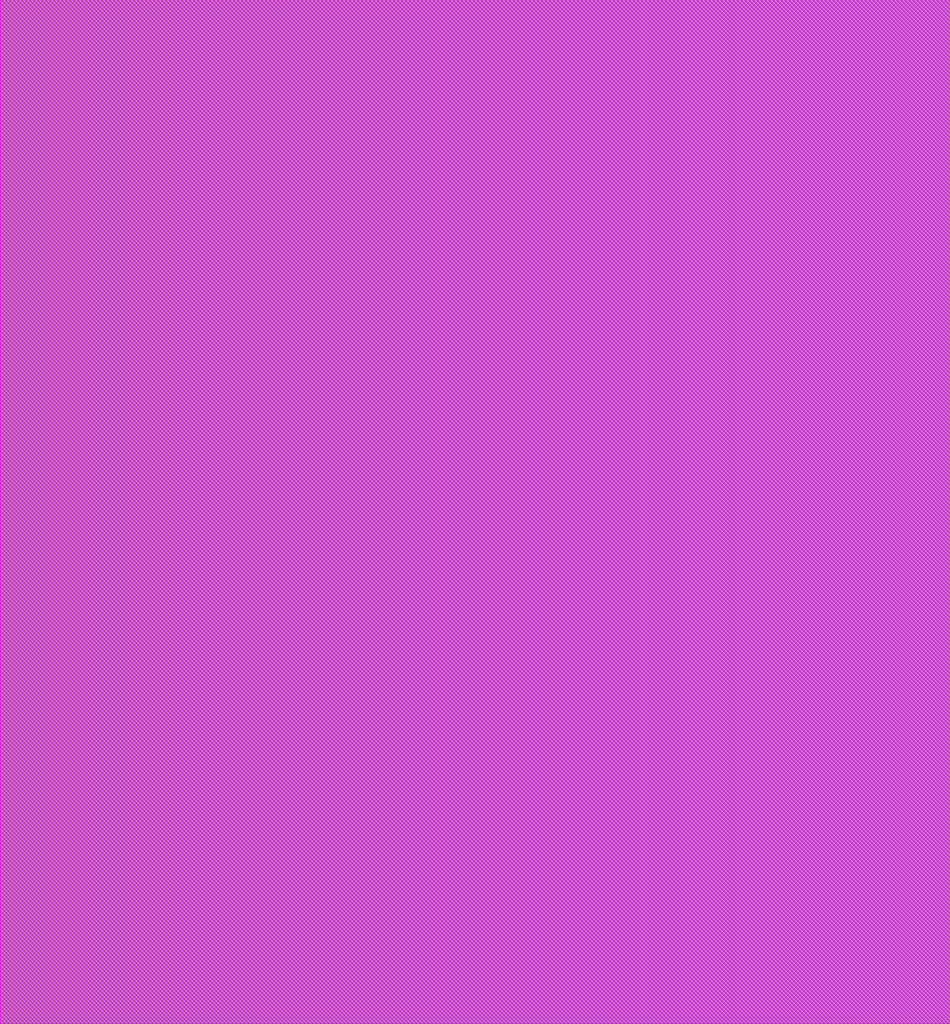
<source format=lef>
###############################################################
#  Generated by:      Cadence Innovus 23.31-s109_1
#  OS:                Linux x86_64(Host ID ei-vm-018.othr.de)
#  Generated on:      Sat Jun 21 02:18:26 2025
#  Design:            fpga_top
#  Command:           saveDesign fpga_top.enc -tcon
###############################################################

VERSION 5.8 ;

BUSBITCHARS "[]" ;
DIVIDERCHAR "/" ;

MACRO sb_1__0_
  CLASS BLOCK ;
  FOREIGN sb_1__0_ 0.000000 0.000000 ;
  ORIGIN 0.000000 0.000000 ;
  SIZE 101.760000 BY 109.620000 ;
  SYMMETRY X Y R90 ;
  PIN pReset[0]
    DIRECTION INPUT ;
    USE SIGNAL ;
  END pReset[0]
  PIN prog_clk[0]
    DIRECTION INPUT ;
    USE SIGNAL ;
  END prog_clk[0]
  PIN chany_top_in[0]
    DIRECTION INPUT ;
    USE SIGNAL ;
  END chany_top_in[0]
  PIN chany_top_in[1]
    DIRECTION INPUT ;
    USE SIGNAL ;
  END chany_top_in[1]
  PIN chany_top_in[2]
    DIRECTION INPUT ;
    USE SIGNAL ;
  END chany_top_in[2]
  PIN chany_top_in[3]
    DIRECTION INPUT ;
    USE SIGNAL ;
  END chany_top_in[3]
  PIN chany_top_in[4]
    DIRECTION INPUT ;
    USE SIGNAL ;
  END chany_top_in[4]
  PIN chany_top_in[5]
    DIRECTION INPUT ;
    USE SIGNAL ;
  END chany_top_in[5]
  PIN chany_top_in[6]
    DIRECTION INPUT ;
    USE SIGNAL ;
  END chany_top_in[6]
  PIN chany_top_in[7]
    DIRECTION INPUT ;
    USE SIGNAL ;
  END chany_top_in[7]
  PIN chany_top_in[8]
    DIRECTION INPUT ;
    USE SIGNAL ;
  END chany_top_in[8]
  PIN chany_top_in[9]
    DIRECTION INPUT ;
    USE SIGNAL ;
  END chany_top_in[9]
  PIN top_left_grid_right_width_0_height_0_subtile_0__pin_O_1_[0]
    DIRECTION INPUT ;
    USE SIGNAL ;
  END top_left_grid_right_width_0_height_0_subtile_0__pin_O_1_[0]
  PIN top_left_grid_right_width_0_height_0_subtile_0__pin_O_5_[0]
    DIRECTION INPUT ;
    USE SIGNAL ;
  END top_left_grid_right_width_0_height_0_subtile_0__pin_O_5_[0]
  PIN top_left_grid_right_width_0_height_0_subtile_0__pin_O_9_[0]
    DIRECTION INPUT ;
    USE SIGNAL ;
  END top_left_grid_right_width_0_height_0_subtile_0__pin_O_9_[0]
  PIN top_left_grid_right_width_0_height_0_subtile_0__pin_O_13_[0]
    DIRECTION INPUT ;
    USE SIGNAL ;
  END top_left_grid_right_width_0_height_0_subtile_0__pin_O_13_[0]
  PIN top_left_grid_right_width_0_height_0_subtile_0__pin_O_17_[0]
    DIRECTION INPUT ;
    USE SIGNAL ;
  END top_left_grid_right_width_0_height_0_subtile_0__pin_O_17_[0]
  PIN top_right_grid_left_width_0_height_0_subtile_0__pin_O_3_[0]
    DIRECTION INPUT ;
    USE SIGNAL ;
  END top_right_grid_left_width_0_height_0_subtile_0__pin_O_3_[0]
  PIN top_right_grid_left_width_0_height_0_subtile_0__pin_O_7_[0]
    DIRECTION INPUT ;
    USE SIGNAL ;
  END top_right_grid_left_width_0_height_0_subtile_0__pin_O_7_[0]
  PIN top_right_grid_left_width_0_height_0_subtile_0__pin_O_11_[0]
    DIRECTION INPUT ;
    USE SIGNAL ;
  END top_right_grid_left_width_0_height_0_subtile_0__pin_O_11_[0]
  PIN top_right_grid_left_width_0_height_0_subtile_0__pin_O_15_[0]
    DIRECTION INPUT ;
    USE SIGNAL ;
  END top_right_grid_left_width_0_height_0_subtile_0__pin_O_15_[0]
  PIN top_right_grid_left_width_0_height_0_subtile_0__pin_O_19_[0]
    DIRECTION INPUT ;
    USE SIGNAL ;
  END top_right_grid_left_width_0_height_0_subtile_0__pin_O_19_[0]
  PIN chanx_right_in[0]
    DIRECTION INPUT ;
    USE SIGNAL ;
  END chanx_right_in[0]
  PIN chanx_right_in[1]
    DIRECTION INPUT ;
    USE SIGNAL ;
  END chanx_right_in[1]
  PIN chanx_right_in[2]
    DIRECTION INPUT ;
    USE SIGNAL ;
  END chanx_right_in[2]
  PIN chanx_right_in[3]
    DIRECTION INPUT ;
    USE SIGNAL ;
  END chanx_right_in[3]
  PIN chanx_right_in[4]
    DIRECTION INPUT ;
    USE SIGNAL ;
  END chanx_right_in[4]
  PIN chanx_right_in[5]
    DIRECTION INPUT ;
    USE SIGNAL ;
  END chanx_right_in[5]
  PIN chanx_right_in[6]
    DIRECTION INPUT ;
    USE SIGNAL ;
  END chanx_right_in[6]
  PIN chanx_right_in[7]
    DIRECTION INPUT ;
    USE SIGNAL ;
  END chanx_right_in[7]
  PIN chanx_right_in[8]
    DIRECTION INPUT ;
    USE SIGNAL ;
  END chanx_right_in[8]
  PIN chanx_right_in[9]
    DIRECTION INPUT ;
    USE SIGNAL ;
  END chanx_right_in[9]
  PIN right_top_grid_bottom_width_0_height_0_subtile_0__pin_O_2_[0]
    DIRECTION INPUT ;
    USE SIGNAL ;
  END right_top_grid_bottom_width_0_height_0_subtile_0__pin_O_2_[0]
  PIN right_top_grid_bottom_width_0_height_0_subtile_0__pin_O_6_[0]
    DIRECTION INPUT ;
    USE SIGNAL ;
  END right_top_grid_bottom_width_0_height_0_subtile_0__pin_O_6_[0]
  PIN right_top_grid_bottom_width_0_height_0_subtile_0__pin_O_10_[0]
    DIRECTION INPUT ;
    USE SIGNAL ;
  END right_top_grid_bottom_width_0_height_0_subtile_0__pin_O_10_[0]
  PIN right_top_grid_bottom_width_0_height_0_subtile_0__pin_O_14_[0]
    DIRECTION INPUT ;
    USE SIGNAL ;
  END right_top_grid_bottom_width_0_height_0_subtile_0__pin_O_14_[0]
  PIN right_top_grid_bottom_width_0_height_0_subtile_0__pin_O_18_[0]
    DIRECTION INPUT ;
    USE SIGNAL ;
  END right_top_grid_bottom_width_0_height_0_subtile_0__pin_O_18_[0]
  PIN right_bottom_grid_top_width_0_height_0_subtile_0__pin_inpad_0_[0]
    DIRECTION INPUT ;
    USE SIGNAL ;
  END right_bottom_grid_top_width_0_height_0_subtile_0__pin_inpad_0_[0]
  PIN right_bottom_grid_top_width_0_height_0_subtile_1__pin_inpad_0_[0]
    DIRECTION INPUT ;
    USE SIGNAL ;
  END right_bottom_grid_top_width_0_height_0_subtile_1__pin_inpad_0_[0]
  PIN right_bottom_grid_top_width_0_height_0_subtile_2__pin_inpad_0_[0]
    DIRECTION INPUT ;
    USE SIGNAL ;
  END right_bottom_grid_top_width_0_height_0_subtile_2__pin_inpad_0_[0]
  PIN right_bottom_grid_top_width_0_height_0_subtile_3__pin_inpad_0_[0]
    DIRECTION INPUT ;
    USE SIGNAL ;
  END right_bottom_grid_top_width_0_height_0_subtile_3__pin_inpad_0_[0]
  PIN right_bottom_grid_top_width_0_height_0_subtile_4__pin_inpad_0_[0]
    DIRECTION INPUT ;
    USE SIGNAL ;
  END right_bottom_grid_top_width_0_height_0_subtile_4__pin_inpad_0_[0]
  PIN right_bottom_grid_top_width_0_height_0_subtile_5__pin_inpad_0_[0]
    DIRECTION INPUT ;
    USE SIGNAL ;
  END right_bottom_grid_top_width_0_height_0_subtile_5__pin_inpad_0_[0]
  PIN right_bottom_grid_top_width_0_height_0_subtile_6__pin_inpad_0_[0]
    DIRECTION INPUT ;
    USE SIGNAL ;
  END right_bottom_grid_top_width_0_height_0_subtile_6__pin_inpad_0_[0]
  PIN right_bottom_grid_top_width_0_height_0_subtile_7__pin_inpad_0_[0]
    DIRECTION INPUT ;
    USE SIGNAL ;
  END right_bottom_grid_top_width_0_height_0_subtile_7__pin_inpad_0_[0]
  PIN chanx_left_in[0]
    DIRECTION INPUT ;
    USE SIGNAL ;
  END chanx_left_in[0]
  PIN chanx_left_in[1]
    DIRECTION INPUT ;
    USE SIGNAL ;
  END chanx_left_in[1]
  PIN chanx_left_in[2]
    DIRECTION INPUT ;
    USE SIGNAL ;
  END chanx_left_in[2]
  PIN chanx_left_in[3]
    DIRECTION INPUT ;
    USE SIGNAL ;
  END chanx_left_in[3]
  PIN chanx_left_in[4]
    DIRECTION INPUT ;
    USE SIGNAL ;
  END chanx_left_in[4]
  PIN chanx_left_in[5]
    DIRECTION INPUT ;
    USE SIGNAL ;
  END chanx_left_in[5]
  PIN chanx_left_in[6]
    DIRECTION INPUT ;
    USE SIGNAL ;
  END chanx_left_in[6]
  PIN chanx_left_in[7]
    DIRECTION INPUT ;
    USE SIGNAL ;
  END chanx_left_in[7]
  PIN chanx_left_in[8]
    DIRECTION INPUT ;
    USE SIGNAL ;
  END chanx_left_in[8]
  PIN chanx_left_in[9]
    DIRECTION INPUT ;
    USE SIGNAL ;
  END chanx_left_in[9]
  PIN left_top_grid_bottom_width_0_height_0_subtile_0__pin_O_2_[0]
    DIRECTION INPUT ;
    USE SIGNAL ;
  END left_top_grid_bottom_width_0_height_0_subtile_0__pin_O_2_[0]
  PIN left_top_grid_bottom_width_0_height_0_subtile_0__pin_O_6_[0]
    DIRECTION INPUT ;
    USE SIGNAL ;
  END left_top_grid_bottom_width_0_height_0_subtile_0__pin_O_6_[0]
  PIN left_top_grid_bottom_width_0_height_0_subtile_0__pin_O_10_[0]
    DIRECTION INPUT ;
    USE SIGNAL ;
  END left_top_grid_bottom_width_0_height_0_subtile_0__pin_O_10_[0]
  PIN left_top_grid_bottom_width_0_height_0_subtile_0__pin_O_14_[0]
    DIRECTION INPUT ;
    USE SIGNAL ;
  END left_top_grid_bottom_width_0_height_0_subtile_0__pin_O_14_[0]
  PIN left_top_grid_bottom_width_0_height_0_subtile_0__pin_O_18_[0]
    DIRECTION INPUT ;
    USE SIGNAL ;
  END left_top_grid_bottom_width_0_height_0_subtile_0__pin_O_18_[0]
  PIN left_bottom_grid_top_width_0_height_0_subtile_0__pin_inpad_0_[0]
    DIRECTION INPUT ;
    USE SIGNAL ;
  END left_bottom_grid_top_width_0_height_0_subtile_0__pin_inpad_0_[0]
  PIN left_bottom_grid_top_width_0_height_0_subtile_1__pin_inpad_0_[0]
    DIRECTION INPUT ;
    USE SIGNAL ;
  END left_bottom_grid_top_width_0_height_0_subtile_1__pin_inpad_0_[0]
  PIN left_bottom_grid_top_width_0_height_0_subtile_2__pin_inpad_0_[0]
    DIRECTION INPUT ;
    USE SIGNAL ;
  END left_bottom_grid_top_width_0_height_0_subtile_2__pin_inpad_0_[0]
  PIN left_bottom_grid_top_width_0_height_0_subtile_3__pin_inpad_0_[0]
    DIRECTION INPUT ;
    USE SIGNAL ;
  END left_bottom_grid_top_width_0_height_0_subtile_3__pin_inpad_0_[0]
  PIN left_bottom_grid_top_width_0_height_0_subtile_4__pin_inpad_0_[0]
    DIRECTION INPUT ;
    USE SIGNAL ;
  END left_bottom_grid_top_width_0_height_0_subtile_4__pin_inpad_0_[0]
  PIN left_bottom_grid_top_width_0_height_0_subtile_5__pin_inpad_0_[0]
    DIRECTION INPUT ;
    USE SIGNAL ;
  END left_bottom_grid_top_width_0_height_0_subtile_5__pin_inpad_0_[0]
  PIN left_bottom_grid_top_width_0_height_0_subtile_6__pin_inpad_0_[0]
    DIRECTION INPUT ;
    USE SIGNAL ;
  END left_bottom_grid_top_width_0_height_0_subtile_6__pin_inpad_0_[0]
  PIN left_bottom_grid_top_width_0_height_0_subtile_7__pin_inpad_0_[0]
    DIRECTION INPUT ;
    USE SIGNAL ;
  END left_bottom_grid_top_width_0_height_0_subtile_7__pin_inpad_0_[0]
  PIN ccff_head[0]
    DIRECTION INPUT ;
    USE SIGNAL ;
  END ccff_head[0]
  PIN chany_top_out[0]
    DIRECTION OUTPUT ;
    USE SIGNAL ;
  END chany_top_out[0]
  PIN chany_top_out[1]
    DIRECTION OUTPUT ;
    USE SIGNAL ;
  END chany_top_out[1]
  PIN chany_top_out[2]
    DIRECTION OUTPUT ;
    USE SIGNAL ;
  END chany_top_out[2]
  PIN chany_top_out[3]
    DIRECTION OUTPUT ;
    USE SIGNAL ;
  END chany_top_out[3]
  PIN chany_top_out[4]
    DIRECTION OUTPUT ;
    USE SIGNAL ;
  END chany_top_out[4]
  PIN chany_top_out[5]
    DIRECTION OUTPUT ;
    USE SIGNAL ;
  END chany_top_out[5]
  PIN chany_top_out[6]
    DIRECTION OUTPUT ;
    USE SIGNAL ;
  END chany_top_out[6]
  PIN chany_top_out[7]
    DIRECTION OUTPUT ;
    USE SIGNAL ;
  END chany_top_out[7]
  PIN chany_top_out[8]
    DIRECTION OUTPUT ;
    USE SIGNAL ;
  END chany_top_out[8]
  PIN chany_top_out[9]
    DIRECTION OUTPUT ;
    USE SIGNAL ;
  END chany_top_out[9]
  PIN chanx_right_out[0]
    DIRECTION OUTPUT ;
    USE SIGNAL ;
  END chanx_right_out[0]
  PIN chanx_right_out[1]
    DIRECTION OUTPUT ;
    USE SIGNAL ;
  END chanx_right_out[1]
  PIN chanx_right_out[2]
    DIRECTION OUTPUT ;
    USE SIGNAL ;
  END chanx_right_out[2]
  PIN chanx_right_out[3]
    DIRECTION OUTPUT ;
    USE SIGNAL ;
  END chanx_right_out[3]
  PIN chanx_right_out[4]
    DIRECTION OUTPUT ;
    USE SIGNAL ;
  END chanx_right_out[4]
  PIN chanx_right_out[5]
    DIRECTION OUTPUT ;
    USE SIGNAL ;
  END chanx_right_out[5]
  PIN chanx_right_out[6]
    DIRECTION OUTPUT ;
    USE SIGNAL ;
  END chanx_right_out[6]
  PIN chanx_right_out[7]
    DIRECTION OUTPUT ;
    USE SIGNAL ;
  END chanx_right_out[7]
  PIN chanx_right_out[8]
    DIRECTION OUTPUT ;
    USE SIGNAL ;
  END chanx_right_out[8]
  PIN chanx_right_out[9]
    DIRECTION OUTPUT ;
    USE SIGNAL ;
  END chanx_right_out[9]
  PIN chanx_left_out[0]
    DIRECTION OUTPUT ;
    USE SIGNAL ;
  END chanx_left_out[0]
  PIN chanx_left_out[1]
    DIRECTION OUTPUT ;
    USE SIGNAL ;
  END chanx_left_out[1]
  PIN chanx_left_out[2]
    DIRECTION OUTPUT ;
    USE SIGNAL ;
  END chanx_left_out[2]
  PIN chanx_left_out[3]
    DIRECTION OUTPUT ;
    USE SIGNAL ;
  END chanx_left_out[3]
  PIN chanx_left_out[4]
    DIRECTION OUTPUT ;
    USE SIGNAL ;
  END chanx_left_out[4]
  PIN chanx_left_out[5]
    DIRECTION OUTPUT ;
    USE SIGNAL ;
  END chanx_left_out[5]
  PIN chanx_left_out[6]
    DIRECTION OUTPUT ;
    USE SIGNAL ;
  END chanx_left_out[6]
  PIN chanx_left_out[7]
    DIRECTION OUTPUT ;
    USE SIGNAL ;
  END chanx_left_out[7]
  PIN chanx_left_out[8]
    DIRECTION OUTPUT ;
    USE SIGNAL ;
  END chanx_left_out[8]
  PIN chanx_left_out[9]
    DIRECTION OUTPUT ;
    USE SIGNAL ;
  END chanx_left_out[9]
  PIN ccff_tail[0]
    DIRECTION OUTPUT ;
    USE SIGNAL ;
  END ccff_tail[0]
  OBS
    LAYER TopMetal2 ;
      RECT 0.000000 0.000000 101.760000 109.620000 ;
    LAYER TopMetal1 ;
      RECT 0.000000 0.000000 101.760000 109.620000 ;
    LAYER Metal5 ;
      RECT 0.000000 0.000000 101.760000 109.620000 ;
    LAYER Metal4 ;
      RECT 0.000000 0.000000 101.760000 109.620000 ;
    LAYER Metal3 ;
      RECT 0.000000 0.000000 101.760000 109.620000 ;
    LAYER Metal2 ;
      RECT 0.000000 0.000000 101.760000 109.620000 ;
    LAYER Metal1 ;
      RECT 0.000000 0.000000 101.760000 109.620000 ;
  END
END sb_1__0_

END LIBRARY

</source>
